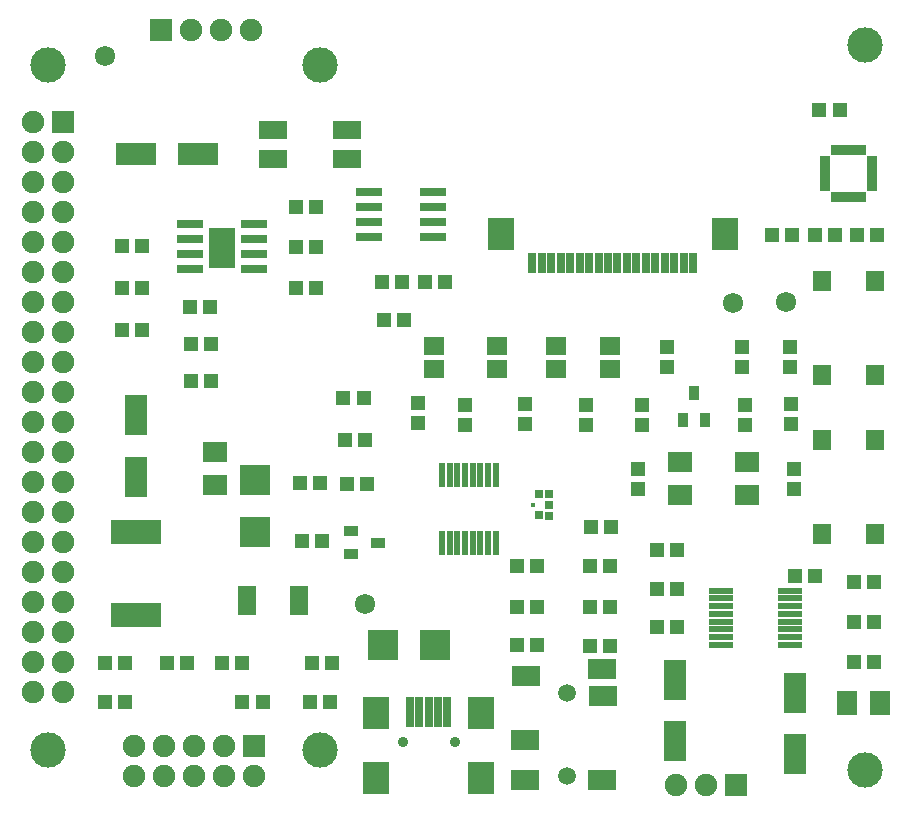
<source format=gbr>
G04 DipTrace 2.4.0.2*
%INBottomMask.gbr*%
%MOMM*%
%ADD45R,2.0X0.6*%
%ADD59C,3.0*%
%ADD60C,0.9*%
%ADD61C,1.5*%
%ADD65R,2.4X1.6*%
%ADD67R,0.722X0.8*%
%ADD69C,0.45*%
%ADD71R,0.6X2.0*%
%ADD73R,1.6X0.5*%
%ADD75R,2.3X3.4*%
%ADD77R,0.5X0.95*%
%ADD79R,0.85X0.5*%
%ADD82R,2.2X0.8*%
%ADD83C,1.724*%
%ADD86R,1.3X1.2*%
%ADD87R,1.7X1.5*%
%ADD89R,0.85X1.25*%
%ADD91R,1.25X0.85*%
%ADD93R,4.26X2.11*%
%ADD95R,2.35X1.7*%
%ADD97R,2.2X2.7*%
%ADD99R,0.7X2.5*%
%ADD101R,2.2X2.8*%
%ADD103R,0.8X1.8*%
%ADD105C,1.9*%
%ADD108R,1.9X1.9*%
%ADD110R,2.6X2.6*%
%ADD112R,3.5X1.85*%
%ADD114R,1.8X2.0*%
%ADD116R,1.85X3.5*%
%ADD118R,2.0X1.8*%
%ADD120R,1.2X1.3*%
%ADD123R,1.5X1.75*%
%FSLAX53Y53*%
G04*
G71*
G90*
G75*
G01*
%LNBotMask*%
%LPD*%
D86*
X45760Y54160D3*
X47460D3*
X84080Y58080D3*
X82380D3*
D120*
X66240Y48600D3*
Y46900D3*
D118*
X67386Y38880D3*
Y36080D3*
D120*
X63795Y38333D3*
Y36633D3*
D116*
X66960Y20470D3*
Y15270D3*
D118*
X73060Y38880D3*
Y36080D3*
D120*
X76982Y38334D3*
Y36634D3*
D116*
X77120Y19350D3*
Y14150D3*
D86*
X61410Y23320D3*
X59710D3*
D114*
X81520Y18480D3*
X84320D3*
D86*
X82070Y22000D3*
X83770D3*
X55280Y23360D3*
X53580D3*
X80880Y68680D3*
X79180D3*
X76880Y58080D3*
X75180D3*
X80480D3*
X78780D3*
X25920Y52000D3*
X27620D3*
X21860Y50090D3*
X20160D3*
X35200Y37120D3*
X36900D3*
D118*
X28000Y39750D3*
Y36950D3*
D112*
X21350Y64960D3*
X26550D3*
D86*
X27680Y45760D3*
X25980D3*
X37920Y21840D3*
X36220D3*
D120*
X45150Y42190D3*
Y43890D3*
D116*
X21280Y42850D3*
Y37650D3*
D86*
X32030Y18560D3*
X30330D3*
X20400Y21840D3*
X18700D3*
X20400Y18560D3*
X18700D3*
D110*
X42240Y23360D3*
X46640D3*
D86*
X20160Y57200D3*
X21860D3*
D110*
X31430Y37360D3*
Y32960D3*
D108*
X15129Y67653D3*
D105*
X12589D3*
X15129Y65113D3*
X12589D3*
X15129Y62573D3*
X12589D3*
X15129Y60033D3*
X12589D3*
X15129Y57493D3*
X12589D3*
X15129Y54953D3*
X12589D3*
X15129Y52413D3*
X12589D3*
X15129Y49873D3*
X12589D3*
X15129Y47333D3*
X12589D3*
X15129Y44793D3*
X12589D3*
X15129Y42253D3*
X12589D3*
X15129Y39713D3*
X12589D3*
X15129Y37173D3*
X12589D3*
X15129Y34633D3*
X12589D3*
X15129Y32093D3*
X12589D3*
X15129Y29553D3*
X12589D3*
X15129Y27013D3*
X12589D3*
X15129Y24473D3*
X12589D3*
X15129Y21933D3*
X12589D3*
X15129Y19393D3*
X12589D3*
D59*
X13859Y72523D3*
Y14523D3*
X36859D3*
Y72523D3*
D103*
X54882Y55773D3*
X55678D3*
X56478D3*
X57278D3*
X58078D3*
X58878D3*
X59678D3*
X60478D3*
X61278D3*
X62078D3*
X62878D3*
X63678D3*
X64478D3*
X65278D3*
X66078D3*
X66878D3*
D101*
X71148Y58232D3*
X52214D3*
D103*
X67678Y55773D3*
X68477D3*
D108*
X72120Y11520D3*
D105*
X69580D3*
X67040D3*
D99*
X47680Y17760D3*
X46880D3*
X46080D3*
X45280D3*
X44480D3*
D97*
X50530Y17660D3*
X41630D3*
X50530Y12160D3*
X41630D3*
D60*
X48280Y15160D3*
X43880D3*
D108*
X23445Y75440D3*
D105*
X25985D3*
X28525D3*
X31065D3*
D95*
X60800Y12000D3*
X54368Y20797D3*
X60788Y21397D3*
X60822Y19097D3*
X54291Y15347D3*
Y11997D3*
D61*
X57783Y12297D3*
Y19297D3*
D108*
X31280Y14830D3*
D105*
Y12290D3*
X28740Y14830D3*
Y12290D3*
X26200Y14830D3*
Y12290D3*
X23660Y14830D3*
Y12290D3*
X21120Y14830D3*
Y12290D3*
D93*
X21280Y25970D3*
Y32960D3*
D91*
X39520Y31120D3*
Y33020D3*
X41820Y32070D3*
D89*
X69520Y42480D3*
X67620D3*
X68570Y44780D3*
D86*
X43970Y50910D3*
X42270D3*
X43840Y54160D3*
X42140D3*
X83770Y25330D3*
X82070D3*
X65440Y28120D3*
X67140D3*
X61410Y26640D3*
X59710D3*
X61410Y30080D3*
X59710D3*
X55280Y26640D3*
X53580D3*
X55280Y30080D3*
X53580D3*
X65440Y24960D3*
X67140D3*
X83770Y28720D3*
X82070D3*
X65440Y31440D3*
X67140D3*
X78800Y29280D3*
X77100D3*
X34860Y53660D3*
X36560D3*
Y60480D3*
X34860D3*
X36560Y57110D3*
X34860D3*
X21860Y53640D3*
X20160D3*
D87*
X61440Y46800D3*
Y48700D3*
X56880Y46800D3*
Y48700D3*
X51840Y46800D3*
Y48700D3*
X46560Y46800D3*
Y48700D3*
D120*
X72880Y42000D3*
Y43700D3*
X76800Y42080D3*
Y43780D3*
D86*
X38880Y44280D3*
X40580D3*
X27700Y48880D3*
X26000D3*
X40720Y40790D3*
X39020D3*
D120*
X64160Y43760D3*
Y42060D3*
X54240Y43840D3*
Y42140D3*
D86*
X25600Y21840D3*
X23900D3*
X37040Y32240D3*
X35340D3*
X39180Y37040D3*
X40880D3*
X30260Y21840D3*
X28560D3*
X37760Y18560D3*
X36060D3*
D120*
X59440Y43760D3*
Y42060D3*
X49200Y43760D3*
Y42060D3*
X76720Y48600D3*
Y46900D3*
X72640Y48600D3*
Y46900D3*
D123*
X83920Y46240D3*
Y54190D3*
X79420Y46240D3*
Y54190D3*
X83920Y32800D3*
Y40750D3*
X79420Y32800D3*
Y40750D3*
D83*
X18720Y73310D3*
X40700Y26850D3*
X71840Y52400D3*
X76320Y52410D3*
D82*
X46440Y61760D3*
Y60490D3*
Y59220D3*
Y57950D3*
X41040D3*
Y59220D3*
Y60490D3*
Y61760D3*
D45*
X70880Y23440D3*
Y24090D3*
Y24740D3*
Y25390D3*
Y26040D3*
Y26690D3*
Y27340D3*
Y27990D3*
X76680D3*
Y27340D3*
Y26690D3*
Y26040D3*
Y25390D3*
Y24740D3*
Y24090D3*
Y23440D3*
D79*
X83600Y64580D3*
Y64080D3*
Y63580D3*
Y63080D3*
Y62580D3*
Y62080D3*
D77*
X82875Y61355D3*
X82375D3*
X81875D3*
X81375D3*
X80875D3*
X80375D3*
D79*
X79650Y62080D3*
Y62580D3*
Y63080D3*
Y63580D3*
Y64080D3*
Y64580D3*
D77*
X80375Y65305D3*
X80875D3*
X81375D3*
X81875D3*
X82375D3*
X82875D3*
D82*
X31280Y59040D3*
Y57770D3*
Y56500D3*
Y55230D3*
X25880D3*
Y56500D3*
Y57770D3*
Y59040D3*
D75*
X28580Y57035D3*
D73*
X30720Y26160D3*
Y26660D3*
Y27160D3*
Y27660D3*
Y28160D3*
X35120D3*
Y27660D3*
Y27160D3*
Y26660D3*
Y26160D3*
D71*
X47210Y37800D3*
X47860D3*
X48510D3*
X49160D3*
X49810D3*
X50460D3*
X51110D3*
X51760D3*
Y32000D3*
X51110D3*
X50460D3*
X49810D3*
X49160D3*
X48510D3*
X47860D3*
X47210D3*
D69*
X54929Y35260D3*
D67*
X55470Y34370D3*
Y36169D3*
X56292Y36148D3*
Y35252D3*
Y34353D3*
D65*
X32880Y67040D3*
Y64540D3*
X39180D3*
Y67040D3*
D86*
X59830Y33410D3*
X61530D3*
D59*
X83000Y12840D3*
Y74160D3*
M02*

</source>
